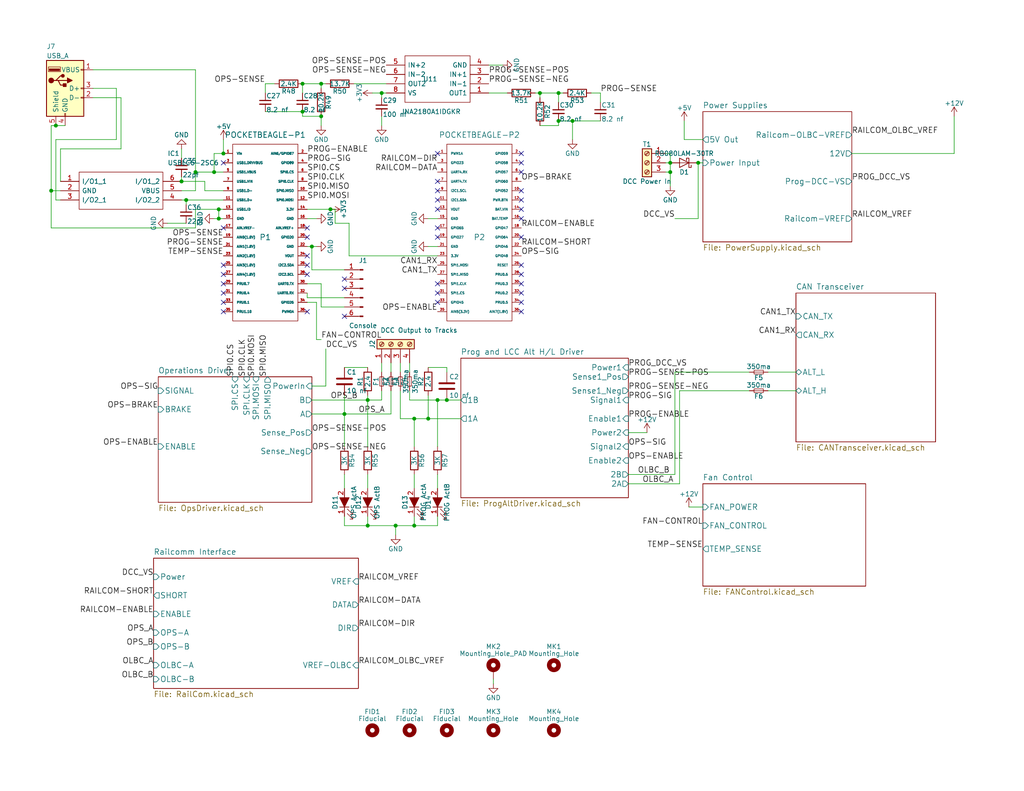
<source format=kicad_sch>
(kicad_sch (version 20211123) (generator eeschema)
  (paper "USLetter")
  (title_block (title "Pocket Beagle DCC Command Station (SMD version)") (date "2021-04-09") (rev "A") (company "Deepwoods Software") (comment 1 "Main Page, with Pocket Beagle Connections"))
  (junction (at 59.69 59.69))
  (junction (at 53.34 46.99))
  (junction (at 113.03 114.3))
  (junction (at 60.96 41.91))
  (junction (at 100.33 109.22))
  (junction (at 104.14 25.4))
  (junction (at 90.17 57.15))
  (junction (at 59.69 57.15))
  (junction (at 107.95 143.51))
  (junction (at 49.53 49.53))
  (junction (at 121.92 109.22))
  (junction (at 182.88 44.45))
  (junction (at 15.24 34.29))
  (junction (at 82.55 22.86))
  (junction (at 119.38 109.22))
  (junction (at 85.09 67.31))
  (junction (at 13.97 52.07))
  (junction (at 100.33 143.51))
  (junction (at 58.42 46.99))
  (junction (at 87.63 31.75))
  (junction (at 82.55 30.48))
  (junction (at 50.8 54.61))
  (junction (at 190.5 44.45))
  (junction (at 156.21 33.02))
  (junction (at 113.03 143.51))
  (junction (at 147.32 25.4))
  (junction (at 93.98 113.03))
  (junction (at 116.84 114.3))
  (junction (at 152.4 33.02))
  (junction (at 87.63 22.86))
  (junction (at 152.4 25.4))
  (junction (at 182.88 46.99))
  (no_connect (at 119.38 52.07))
  (no_connect (at 83.82 74.93))
  (no_connect (at 60.96 80.01))
  (no_connect (at 119.38 54.61))
  (no_connect (at 142.24 72.39))
  (no_connect (at 119.38 49.53))
  (no_connect (at 60.96 62.23))
  (no_connect (at 119.38 64.77))
  (no_connect (at 142.24 54.61))
  (no_connect (at 119.38 62.23))
  (no_connect (at 119.38 82.55))
  (no_connect (at 142.24 44.45))
  (no_connect (at 60.96 74.93))
  (no_connect (at 60.96 85.09))
  (no_connect (at 142.24 82.55))
  (no_connect (at 83.82 72.39))
  (no_connect (at 142.24 64.77))
  (no_connect (at 142.24 52.07))
  (no_connect (at 119.38 41.91))
  (no_connect (at 93.98 76.2))
  (no_connect (at 83.82 69.85))
  (no_connect (at 142.24 85.09))
  (no_connect (at 119.38 57.15))
  (no_connect (at 83.82 62.23))
  (no_connect (at 142.24 80.01))
  (no_connect (at 83.82 64.77))
  (no_connect (at 93.98 78.74))
  (no_connect (at 119.38 80.01))
  (no_connect (at 142.24 74.93))
  (no_connect (at 60.96 77.47))
  (no_connect (at 142.24 57.15))
  (no_connect (at 60.96 72.39))
  (no_connect (at 142.24 59.69))
  (no_connect (at 142.24 46.99))
  (no_connect (at 142.24 77.47))
  (no_connect (at 60.96 44.45))
  (no_connect (at 93.98 86.36))
  (no_connect (at 142.24 41.91))
  (no_connect (at 60.96 82.55))
  (no_connect (at 83.82 85.09))
  (no_connect (at 119.38 77.47))
  (wire (pts (xy 93.98 113.03) (xy 106.68 113.03)))
  (wire (pts (xy 109.22 114.3) (xy 109.22 106.68)))
  (wire (pts (xy 186.69 38.1) (xy 186.69 33.02)))
  (wire (pts (xy 113.03 143.51) (xy 119.38 143.51)))
  (wire (pts (xy 184.15 101.6) (xy 184.15 129.54)))
  (wire (pts (xy 93.98 73.66) (xy 85.09 73.66)))
  (wire (pts (xy 111.76 109.22) (xy 111.76 106.68)))
  (wire (pts (xy 104.14 31.75) (xy 104.14 34.29)))
  (wire (pts (xy 161.29 25.4) (xy 163.83 25.4)))
  (wire (pts (xy 147.32 25.4) (xy 152.4 25.4)))
  (wire (pts (xy 147.32 26.67) (xy 147.32 25.4)))
  (wire (pts (xy 53.34 46.99) (xy 58.42 46.99)))
  (wire (pts (xy 85.09 67.31) (xy 86.36 67.31)))
  (wire (pts (xy 152.4 34.29) (xy 152.4 33.02)))
  (wire (pts (xy 100.33 140.97) (xy 100.33 143.51)))
  (wire (pts (xy 232.41 41.91) (xy 260.35 41.91)))
  (wire (pts (xy 119.38 59.69) (xy 116.84 59.69)))
  (wire (pts (xy 59.69 57.15) (xy 60.96 57.15)))
  (wire (pts (xy 49.53 40.64) (xy 49.53 43.18)))
  (wire (pts (xy 16.51 49.53) (xy 16.51 40.64)))
  (wire (pts (xy 104.14 25.4) (xy 105.41 25.4)))
  (wire (pts (xy 119.38 109.22) (xy 121.92 109.22)))
  (wire (pts (xy 82.55 25.4) (xy 82.55 22.86)))
  (wire (pts (xy 86.36 92.71) (xy 87.63 92.71)))
  (wire (pts (xy 50.8 60.96) (xy 45.72 60.96)))
  (wire (pts (xy 209.55 106.68) (xy 217.17 106.68)))
  (wire (pts (xy 111.76 109.22) (xy 119.38 109.22)))
  (wire (pts (xy 93.98 107.95) (xy 93.98 113.03)))
  (wire (pts (xy 182.88 46.99) (xy 182.88 50.8)))
  (wire (pts (xy 53.34 19.05) (xy 53.34 46.99)))
  (wire (pts (xy 184.15 101.6) (xy 204.47 101.6)))
  (wire (pts (xy 156.21 33.02) (xy 163.83 33.02)))
  (wire (pts (xy 113.03 121.92) (xy 113.03 114.3)))
  (wire (pts (xy 134.62 185.42) (xy 134.62 186.69)))
  (wire (pts (xy 104.14 26.67) (xy 104.14 25.4)))
  (wire (pts (xy 83.82 82.55) (xy 86.36 82.55)))
  (wire (pts (xy 59.69 59.69) (xy 60.96 59.69)))
  (wire (pts (xy 93.98 81.28) (xy 83.82 81.28)))
  (wire (pts (xy 171.45 132.08) (xy 185.42 132.08)))
  (wire (pts (xy 33.02 40.64) (xy 33.02 26.67)))
  (wire (pts (xy 156.21 38.1) (xy 156.21 33.02)))
  (wire (pts (xy 181.61 44.45) (xy 182.88 44.45)))
  (wire (pts (xy 85.09 113.03) (xy 93.98 113.03)))
  (wire (pts (xy 100.33 109.22) (xy 100.33 121.92)))
  (wire (pts (xy 86.36 82.55) (xy 86.36 92.71)))
  (wire (pts (xy 88.9 105.41) (xy 85.09 105.41)))
  (wire (pts (xy 95.25 69.85) (xy 95.25 60.96)))
  (wire (pts (xy 16.51 54.61) (xy 15.24 54.61)))
  (wire (pts (xy 88.9 95.25) (xy 88.9 105.41)))
  (wire (pts (xy 119.38 69.85) (xy 95.25 69.85)))
  (wire (pts (xy 53.34 52.07) (xy 49.53 52.07)))
  (wire (pts (xy 100.33 107.95) (xy 100.33 109.22)))
  (wire (pts (xy 86.36 59.69) (xy 83.82 59.69)))
  (wire (pts (xy 101.6 25.4) (xy 104.14 25.4)))
  (wire (pts (xy 58.42 46.99) (xy 60.96 46.99)))
  (wire (pts (xy 152.4 33.02) (xy 156.21 33.02)))
  (wire (pts (xy 13.97 62.23) (xy 53.34 62.23)))
  (wire (pts (xy 31.75 24.13) (xy 25.4 24.13)))
  (wire (pts (xy 119.38 121.92) (xy 119.38 109.22)))
  (wire (pts (xy 87.63 24.13) (xy 87.63 22.86)))
  (wire (pts (xy 83.82 57.15) (xy 90.17 57.15)))
  (wire (pts (xy 58.42 59.69) (xy 59.69 59.69)))
  (wire (pts (xy 95.25 60.96) (xy 91.44 60.96)))
  (wire (pts (xy 72.39 25.4) (xy 72.39 22.86)))
  (wire (pts (xy 72.39 30.48) (xy 82.55 30.48)))
  (wire (pts (xy 152.4 27.94) (xy 152.4 25.4)))
  (wire (pts (xy 116.84 107.95) (xy 116.84 114.3)))
  (wire (pts (xy 58.42 46.99) (xy 58.42 41.91)))
  (wire (pts (xy 15.24 34.29) (xy 17.78 34.29)))
  (wire (pts (xy 105.41 22.86) (xy 96.52 22.86)))
  (wire (pts (xy 15.24 38.1) (xy 31.75 38.1)))
  (wire (pts (xy 121.92 100.33) (xy 121.92 101.6)))
  (wire (pts (xy 107.95 146.05) (xy 107.95 143.51)))
  (wire (pts (xy 100.33 109.22) (xy 104.14 109.22)))
  (wire (pts (xy 83.82 81.28) (xy 83.82 80.01)))
  (wire (pts (xy 111.76 101.6) (xy 111.76 99.06)))
  (wire (pts (xy 50.8 55.88) (xy 50.8 54.61)))
  (wire (pts (xy 15.24 54.61) (xy 15.24 38.1)))
  (wire (pts (xy 55.88 49.53) (xy 49.53 49.53)))
  (wire (pts (xy 60.96 54.61) (xy 50.8 54.61)))
  (wire (pts (xy 53.34 19.05) (xy 25.4 19.05)))
  (wire (pts (xy 100.33 143.51) (xy 107.95 143.51)))
  (wire (pts (xy 13.97 52.07) (xy 13.97 62.23)))
  (wire (pts (xy 163.83 25.4) (xy 163.83 27.94)))
  (wire (pts (xy 106.68 101.6) (xy 106.68 99.06)))
  (wire (pts (xy 182.88 44.45) (xy 182.88 46.99)))
  (wire (pts (xy 91.44 60.96) (xy 91.44 57.15)))
  (wire (pts (xy 93.98 133.35) (xy 93.98 129.54)))
  (wire (pts (xy 87.63 83.82) (xy 87.63 77.47)))
  (wire (pts (xy 107.95 143.51) (xy 113.03 143.51)))
  (wire (pts (xy 59.69 59.69) (xy 59.69 57.15)))
  (wire (pts (xy 106.68 113.03) (xy 106.68 106.68)))
  (wire (pts (xy 181.61 46.99) (xy 182.88 46.99)))
  (wire (pts (xy 50.8 54.61) (xy 49.53 54.61)))
  (wire (pts (xy 55.88 52.07) (xy 55.88 49.53)))
  (wire (pts (xy 100.33 133.35) (xy 100.33 129.54)))
  (wire (pts (xy 182.88 41.91) (xy 182.88 44.45)))
  (wire (pts (xy 49.53 49.53) (xy 49.53 48.26)))
  (wire (pts (xy 104.14 109.22) (xy 104.14 106.68)))
  (wire (pts (xy 60.96 41.91) (xy 60.96 38.1)))
  (wire (pts (xy 260.35 41.91) (xy 260.35 31.75)))
  (wire (pts (xy 13.97 34.29) (xy 13.97 52.07)))
  (wire (pts (xy 93.98 143.51) (xy 100.33 143.51)))
  (wire (pts (xy 209.55 101.6) (xy 217.17 101.6)))
  (wire (pts (xy 93.98 140.97) (xy 93.98 143.51)))
  (wire (pts (xy 185.42 132.08) (xy 185.42 106.68)))
  (wire (pts (xy 85.09 73.66) (xy 85.09 67.31)))
  (wire (pts (xy 171.45 118.11) (xy 176.53 118.11)))
  (wire (pts (xy 53.34 62.23) (xy 53.34 57.15)))
  (wire (pts (xy 191.77 138.43) (xy 187.96 138.43)))
  (wire (pts (xy 87.63 77.47) (xy 83.82 77.47)))
  (wire (pts (xy 147.32 34.29) (xy 152.4 34.29)))
  (wire (pts (xy 184.15 129.54) (xy 171.45 129.54)))
  (wire (pts (xy 190.5 44.45) (xy 191.77 44.45)))
  (wire (pts (xy 90.17 57.15) (xy 91.44 57.15)))
  (wire (pts (xy 109.22 114.3) (xy 113.03 114.3)))
  (wire (pts (xy 53.34 57.15) (xy 59.69 57.15)))
  (wire (pts (xy 184.15 59.69) (xy 190.5 59.69)))
  (wire (pts (xy 191.77 38.1) (xy 186.69 38.1)))
  (wire (pts (xy 116.84 100.33) (xy 121.92 100.33)))
  (wire (pts (xy 83.82 67.31) (xy 85.09 67.31)))
  (wire (pts (xy 93.98 83.82) (xy 87.63 83.82)))
  (wire (pts (xy 104.14 99.06) (xy 104.14 101.6)))
  (wire (pts (xy 113.03 133.35) (xy 113.03 129.54)))
  (wire (pts (xy 60.96 52.07) (xy 55.88 52.07)))
  (wire (pts (xy 82.55 22.86) (xy 87.63 22.86)))
  (wire (pts (xy 87.63 22.86) (xy 88.9 22.86)))
  (wire (pts (xy 87.63 34.29) (xy 87.63 31.75)))
  (wire (pts (xy 119.38 67.31) (xy 116.84 67.31)))
  (wire (pts (xy 119.38 143.51) (xy 119.38 140.97)))
  (wire (pts (xy 185.42 106.68) (xy 204.47 106.68)))
  (wire (pts (xy 113.03 114.3) (xy 116.84 114.3)))
  (wire (pts (xy 190.5 59.69) (xy 190.5 44.45)))
  (wire (pts (xy 85.09 109.22) (xy 100.33 109.22)))
  (wire (pts (xy 31.75 38.1) (xy 31.75 24.13)))
  (wire (pts (xy 13.97 52.07) (xy 16.51 52.07)))
  (wire (pts (xy 109.22 101.6) (xy 109.22 99.06)))
  (wire (pts (xy 137.16 17.78) (xy 133.35 17.78)))
  (wire (pts (xy 152.4 25.4) (xy 153.67 25.4)))
  (wire (pts (xy 53.34 46.99) (xy 53.34 52.07)))
  (wire (pts (xy 93.98 113.03) (xy 93.98 121.92)))
  (wire (pts (xy 58.42 41.91) (xy 60.96 41.91)))
  (wire (pts (xy 133.35 25.4) (xy 138.43 25.4)))
  (wire (pts (xy 82.55 31.75) (xy 82.55 30.48)))
  (wire (pts (xy 121.92 109.22) (xy 125.73 109.22)))
  (wire (pts (xy 93.98 100.33) (xy 100.33 100.33)))
  (wire (pts (xy 13.97 34.29) (xy 15.24 34.29)))
  (wire (pts (xy 33.02 26.67) (xy 25.4 26.67)))
  (wire (pts (xy 72.39 22.86) (xy 74.93 22.86)))
  (wire (pts (xy 16.51 40.64) (xy 33.02 40.64)))
  (wire (pts (xy 116.84 114.3) (xy 125.73 114.3)))
  (wire (pts (xy 181.61 41.91) (xy 182.88 41.91)))
  (wire (pts (xy 87.63 31.75) (xy 82.55 31.75)))
  (wire (pts (xy 119.38 133.35) (xy 119.38 129.54)))
  (wire (pts (xy 113.03 140.97) (xy 113.03 143.51)))
  (wire (pts (xy 146.05 25.4) (xy 147.32 25.4)))
  (label "OPS_A" (at 41.91 172.72 180) (effects (font (size 1.524 1.524))))
  (label "RAILCOM-ENABLE" (at 41.91 167.64 180) (effects (font (size 1.524 1.524))))
  (label "OPS-SENSE" (at 60.96 64.77 180) (effects (font (size 1.524 1.524))))
  (label "RAILCOM_OLBC_VREF" (at 97.79 181.61 0) (effects (font (size 1.524 1.524))))
  (label "SPI0.MISO" (at 73.025 102.87 90) (effects (font (size 1.524 1.524))))
  (label "PROG_DCC_VS" (at 232.41 49.53 0) (effects (font (size 1.524 1.524))))
  (label "OPS-ENABLE" (at 171.45 125.73 0) (effects (font (size 1.524 1.524))))
  (label "PROG_DCC_VS" (at 171.45 100.33 0) (effects (font (size 1.524 1.524))))
  (label "SPI0.MOSI" (at 83.82 54.61 0) (effects (font (size 1.524 1.524))))
  (label "RAILCOM_VREF" (at 232.41 59.69 0) (effects (font (size 1.524 1.524))))
  (label "PROG-SIG" (at 83.82 44.45 0) (effects (font (size 1.524 1.524))))
  (label "DCC_VS" (at 88.9 95.25 0) (effects (font (size 1.524 1.524))))
  (label "OPS-SENSE-NEG" (at 85.09 123.19 0) (effects (font (size 1.524 1.524))))
  (label "OPS-SENSE-NEG" (at 105.41 20.32 180) (effects (font (size 1.524 1.524))))
  (label "OPS-SENSE-POS" (at 85.09 118.11 0) (effects (font (size 1.524 1.524))))
  (label "FAN-CONTROL" (at 191.77 143.51 180) (effects (font (size 1.524 1.524))))
  (label "DCC_VS" (at 184.15 59.69 180) (effects (font (size 1.524 1.524))))
  (label "SPI0.CLK" (at 83.82 49.53 0) (effects (font (size 1.524 1.524))))
  (label "PROG-SENSE-POS" (at 171.45 102.87 0) (effects (font (size 1.524 1.524))))
  (label "RAILCOM_OLBC_VREF" (at 232.41 36.83 0) (effects (font (size 1.524 1.524))))
  (label "FAN-CONTROL" (at 87.63 92.71 0) (effects (font (size 1.524 1.524))))
  (label "OPS-SIG" (at 171.45 121.92 0) (effects (font (size 1.524 1.524))))
  (label "CAN1_TX" (at 119.38 74.93 180) (effects (font (size 1.524 1.524))))
  (label "OPS-SIG" (at 142.24 69.85 0) (effects (font (size 1.524 1.524))))
  (label "PROG-SENSE" (at 163.83 25.4 0) (effects (font (size 1.524 1.524))))
  (label "TEMP-SENSE" (at 191.77 149.86 180) (effects (font (size 1.524 1.524))))
  (label "OLBC_B" (at 173.99 129.54 0) (effects (font (size 1.524 1.524))))
  (label "OPS-BRAKE" (at 142.24 49.53 0) (effects (font (size 1.524 1.524))))
  (label "PROG-SENSE-NEG" (at 171.45 106.68 0) (effects (font (size 1.524 1.524))))
  (label "OLBC_B" (at 41.91 185.42 180) (effects (font (size 1.524 1.524))))
  (label "TEMP-SENSE" (at 60.96 69.85 180) (effects (font (size 1.524 1.524))))
  (label "OPS_A" (at 97.79 113.03 0) (effects (font (size 1.524 1.524))))
  (label "RAILCOM-SHORT" (at 142.24 67.31 0) (effects (font (size 1.524 1.524))))
  (label "PROG-ENABLE" (at 83.82 41.91 0) (effects (font (size 1.524 1.524))))
  (label "PROG-SIG" (at 171.45 109.22 0) (effects (font (size 1.524 1.524))))
  (label "OPS-SIG" (at 43.18 106.68 180) (effects (font (size 1.524 1.524))))
  (label "OPS_B" (at 90.17 109.22 0) (effects (font (size 1.524 1.524))))
  (label "PROG-SENSE-POS" (at 133.35 20.32 0) (effects (font (size 1.524 1.524))))
  (label "CAN1_RX" (at 217.17 91.44 180) (effects (font (size 1.524 1.524))))
  (label "OPS-ENABLE" (at 43.18 121.92 180) (effects (font (size 1.524 1.524))))
  (label "RAILCOM-DIR" (at 97.79 171.45 0) (effects (font (size 1.524 1.524))))
  (label "OPS-SENSE" (at 72.39 22.86 180) (effects (font (size 1.524 1.524))))
  (label "RAILCOM_VREF" (at 97.79 158.75 0) (effects (font (size 1.524 1.524))))
  (label "OPS-ENABLE" (at 119.38 85.09 180) (effects (font (size 1.524 1.524))))
  (label "OLBC_A" (at 41.91 181.61 180) (effects (font (size 1.524 1.524))))
  (label "CAN1_RX" (at 119.38 72.39 180) (effects (font (size 1.524 1.524))))
  (label "DCC_VS" (at 41.91 157.48 180) (effects (font (size 1.524 1.524))))
  (label "PROG-SENSE-NEG" (at 133.35 22.86 0) (effects (font (size 1.524 1.524))))
  (label "SPI0.CLK" (at 67.31 102.87 90) (effects (font (size 1.524 1.524))))
  (label "OPS-BRAKE" (at 43.18 111.76 180) (effects (font (size 1.524 1.524))))
  (label "CAN1_TX" (at 217.17 86.36 180) (effects (font (size 1.524 1.524))))
  (label "RAILCOM-DIR" (at 119.38 44.45 180) (effects (font (size 1.524 1.524))))
  (label "OLBC_A" (at 175.26 132.08 0) (effects (font (size 1.524 1.524))))
  (label "RAILCOM-DATA" (at 97.79 165.1 0) (effects (font (size 1.524 1.524))))
  (label "SPI0.CS" (at 64.135 102.87 90) (effects (font (size 1.524 1.524))))
  (label "SPI0.MOSI" (at 69.85 102.87 90) (effects (font (size 1.524 1.524))))
  (label "OPS_B" (at 41.91 176.53 180) (effects (font (size 1.524 1.524))))
  (label "PROG-ENABLE" (at 171.45 114.3 0) (effects (font (size 1.524 1.524))))
  (label "SPI0.MISO" (at 83.82 52.07 0) (effects (font (size 1.524 1.524))))
  (label "RAILCOM-ENABLE" (at 142.24 62.23 0) (effects (font (size 1.524 1.524))))
  (label "OPS-SENSE-POS" (at 105.41 17.78 180) (effects (font (size 1.524 1.524))))
  (label "RAILCOM-SHORT" (at 41.91 162.56 180) (effects (font (size 1.524 1.524))))
  (label "RAILCOM-DATA" (at 119.38 46.99 180) (effects (font (size 1.524 1.524))))
  (label "SPI0.CS" (at 83.82 46.99 0) (effects (font (size 1.524 1.524))))
  (label "PROG-SENSE" (at 60.96 67.31 180) (effects (font (size 1.524 1.524))))
  (symbol (lib_id "pocketbeagle:POCKETBEAGLE-P1") (at 72.39 64.77 0) (unit 1)
    (property "Reference" "P1" (at 72.39 64.77 0) (effects (font (size 1.524 1.524))))
    (property "Value" "POCKETBEAGLE-P1" (at 72.39 36.83 0) (effects (font (size 1.524 1.524))))
    (property "Footprint" "Socket_Strips:Socket_Strip_Straight_2x18_Pitch2.54mm" (effects hide))
    (property "Mouser Part Number" "517-929975-01-18-RK " (effects hide))
  )
  (symbol (lib_id "pocketbeagle:POCKETBEAGLE-P2") (at 130.81 64.77 0) (unit 1)
    (property "Reference" "P2" (at 130.81 64.77 0) (effects (font (size 1.524 1.524))))
    (property "Value" "POCKETBEAGLE-P2" (at 130.81 36.83 0) (effects (font (size 1.524 1.524))))
    (property "Footprint" "Socket_Strips:Socket_Strip_Straight_2x18_Pitch2.54mm" (effects hide))
    (property "Mouser Part Number" "517-929975-01-18-RK " (effects hide))
  )
  (symbol (lib_id "PocketBeagleCommandStation_SMD-rescue:+5V") (at 186.69 33.02 0) (unit 1)
    (property "Reference" "#PWR01" (effects hide))
    (property "Value" "+5V" (at 186.69 29.464 0))
  )
  (symbol (lib_id "PocketBeagleCommandStation_SMD-rescue:+5V") (at 60.96 38.1 0) (unit 1)
    (property "Reference" "#PWR02" (effects hide))
    (property "Value" "+5V" (at 60.96 34.544 0))
  )
  (symbol (lib_id "PocketBeagleCommandStation_SMD-rescue:GND") (at 58.42 59.69 270) (unit 1)
    (property "Reference" "#PWR03" (effects hide))
    (property "Value" "GND" (at 54.61 59.69 0))
  )
  (symbol (lib_id "PocketBeagleCommandStation_SMD-rescue:GND") (at 86.36 59.69 90) (unit 1)
    (property "Reference" "#PWR04" (effects hide))
    (property "Value" "GND" (at 90.17 59.69 0))
  )
  (symbol (lib_id "PocketBeagleCommandStation_SMD-rescue:GND") (at 86.36 67.31 90) (unit 1)
    (property "Reference" "#PWR05" (effects hide))
    (property "Value" "GND" (at 90.17 67.31 0))
  )
  (symbol (lib_id "PocketBeagleCommandStation_SMD-rescue:GND") (at 116.84 59.69 270) (unit 1)
    (property "Reference" "#PWR06" (effects hide))
    (property "Value" "GND" (at 113.03 59.69 0))
  )
  (symbol (lib_id "PocketBeagleCommandStation_SMD-rescue:GND") (at 116.84 67.31 270) (unit 1)
    (property "Reference" "#PWR07" (effects hide))
    (property "Value" "GND" (at 113.03 67.31 0))
  )
  (symbol (lib_id "PocketBeagleCommandStation_SMD-rescue:+3.3V") (at 90.17 57.15 270) (unit 1)
    (property "Reference" "#PWR08" (effects hide))
    (property "Value" "+3.3V" (at 93.726 57.15 0))
  )
  (symbol (lib_id "PocketBeagleCommandStation_SMD-rescue:Screw_Terminal_01x03") (at 176.53 44.45 0) (mirror y) (unit 1) (in_bom no)
    (property "Reference" "T1" (at 176.53 39.37 0))
    (property "Value" "DCC Power In" (at 176.53 49.53 0))
    (property "Footprint" "Connectors_Terminal_Blocks:TerminalBlock_Pheonix_PT-3.5mm_3pol" (effects hide))
    (property "Mouser Part Number" "651-5442251" (effects hide))
  )
  (symbol (lib_id "PocketBeagleCommandStation_SMD-rescue:D_Schottky") (at 186.69 44.45 180) (unit 1)
    (property "Reference" "D1" (at 186.69 46.99 0))
    (property "Value" "RB080LAM-30TR" (at 186.69 41.91 0))
    (property "Footprint" "RB080LAM-30TR:PMDTM" (effects hide))
    (property "Mouser Part Number" "755-RB080LAM-30TR" (effects hide))
    (property "LCSC" "C2766156" (effects hide))
    (property "MPN" "ROHM Semicon RB080LAM-30TR" (effects hide))
  )
  (symbol (lib_id "PocketBeagleCommandStation_SMD-rescue:GND") (at 182.88 50.8 0) (unit 1)
    (property "Reference" "#PWR09" (effects hide))
    (property "Value" "GND" (at 182.88 54.61 0))
  )
  (symbol (lib_id "PocketBeagleCommandStation_SMD-rescue:Screw_Terminal_01x04") (at 106.68 93.98 90) (unit 1) (in_bom no)
    (property "Reference" "J2" (at 101.6 93.98 0))
    (property "Value" "DCC Output to Tracks" (at 114.3 90.17 90))
    (property "Footprint" "Connectors_Terminal_Blocks:TerminalBlock_Pheonix_PT-3.5mm_4pol" (effects hide))
    (property "Mouser Part Number" "651-5442264" (effects hide))
  )
  (symbol (lib_id "PocketBeagleCommandStation_SMD-rescue:R") (at 100.33 104.14 180) (unit 1)
    (property "Reference" "R1" (at 98.298 104.14 90))
    (property "Value" "2.4" (at 100.33 104.14 90))
    (property "Footprint" "Resistors_SMD:R_1206" (effects hide))
    (property "Mouser Part Number" "71-CRCW12062R40FKEA" (effects hide))
    (property "LCSC" "C2091589" (effects hide))
    (property "MPN" "Vishay Intertech CRCW12062R40FKEA" (effects hide))
  )
  (symbol (lib_id "PocketBeagleCommandStation_SMD-rescue:C") (at 93.98 104.14 0) (unit 1)
    (property "Reference" "C1" (at 94.615 101.6 0) (effects (justify left)))
    (property "Value" "10 nf" (at 94.615 106.68 0) (effects (justify left)))
    (property "Footprint" "Capacitors_SMD:C_1206" (effects hide))
    (property "Mouser Part Number" "791-1206B103K500CT" (effects hide))
    (property "LCSC" "C152840" (effects hide))
    (property "MPN" "Walsin Tech Corp 1206B103K500CT" (effects hide))
  )
  (symbol (lib_id "PocketBeagleCommandStation_SMD-rescue:R") (at 116.84 104.14 180) (unit 1)
    (property "Reference" "R2" (at 114.808 104.14 90))
    (property "Value" "2.4" (at 116.84 104.14 90))
    (property "Footprint" "Resistors_SMD:R_1206" (effects hide))
    (property "Mouser Part Number" "71-CRCW12062R40FKEA" (effects hide))
    (property "LCSC" "C2091589" (effects hide))
    (property "MPN" "Vishay Intertech CRCW12062R40FKEA" (effects hide))
  )
  (symbol (lib_id "PocketBeagleCommandStation_SMD-rescue:C") (at 121.92 105.41 0) (unit 1)
    (property "Reference" "C2" (at 122.555 102.87 0) (effects (justify left)))
    (property "Value" "10 nf" (at 122.555 107.95 0) (effects (justify left)))
    (property "Footprint" "Capacitors_SMD:C_1206" (effects hide))
    (property "Mouser Part Number" "791-1206B103K500CT" (effects hide))
    (property "LCSC" "C152840" (effects hide))
    (property "MPN" "Walsin Tech Corp 1206B103K500CT" (effects hide))
  )
  (symbol (lib_id "PocketBeagleCommandStation_SMD-rescue:Conn_01x06_Male") (at 99.06 78.74 0) (mirror y) (unit 1) (in_bom no)
    (property "Reference" "J1" (at 99.06 71.12 0))
    (property "Value" "Console" (at 99.06 88.9 0))
    (property "Footprint" "Pin_Headers:Pin_Header_Straight_1x06_Pitch2.54mm" (effects hide))
    (property "Mouser Part Number" "649-75160-156-06LF" (effects hide))
  )
  (symbol (lib_id "PocketBeagleCommandStation_SMD-rescue:+12V") (at 176.53 118.11 0) (unit 1)
    (property "Reference" "#PWR010" (effects hide))
    (property "Value" "+12V" (at 176.53 114.554 0))
  )
  (symbol (lib_id "PocketBeagleCommandStation_SMD-rescue:Fuse_Small") (at 104.14 104.14 270) (unit 1) (in_bom no)
    (property "Reference" "F1" (at 102.616 104.14 0))
    (property "Value" "5A" (at 105.664 104.14 0))
    (property "Footprint" "MF-R500:MFR500" (effects hide))
    (property "Mouser Part Number" "652-MFR500 " (effects hide))
  )
  (symbol (lib_id "PocketBeagleCommandStation_SMD-rescue:Fuse_Small") (at 106.68 104.14 270) (unit 1) (in_bom no)
    (property "Reference" "F2" (at 105.156 104.14 0))
    (property "Value" "5A" (at 108.204 104.14 0))
    (property "Footprint" "MF-R500:MFR500" (effects hide))
    (property "Mouser Part Number" "652-MFR500 " (effects hide))
  )
  (symbol (lib_id "PocketBeagleCommandStation_SMD-rescue:Fuse_Small") (at 109.22 104.14 270) (unit 1)
    (property "Reference" "F3" (at 107.696 104.14 0))
    (property "Value" "350ma" (at 110.744 104.14 0))
    (property "Footprint" "0ZCG0035AF2C:FUSC4632X70N" (effects hide))
    (property "Mouser Part Number" "530-0ZCG0035AF2C" (effects hide))
    (property "LCSC" "C3762402" (effects hide))
    (property "MPN" "Bel Fuse 0ZCG0035AF2C" (effects hide))
  )
  (symbol (lib_id "PocketBeagleCommandStation_SMD-rescue:Fuse_Small") (at 111.76 104.14 270) (unit 1)
    (property "Reference" "F4" (at 110.236 104.14 0))
    (property "Value" "350ma" (at 113.284 104.14 0))
    (property "Footprint" "0ZCG0035AF2C:FUSC4632X70N" (effects hide))
    (property "Mouser Part Number" "530-0ZCG0035AF2C" (effects hide))
    (property "LCSC" "C3762402" (effects hide))
    (property "MPN" "Bel Fuse 0ZCG0035AF2C" (effects hide))
  )
  (symbol (lib_id "PocketBeagleCommandStation_SMD-rescue:Fuse_Small") (at 207.01 101.6 0) (unit 1)
    (property "Reference" "F5" (at 207.01 103.124 0))
    (property "Value" "350ma" (at 207.01 100.076 0))
    (property "Footprint" "0ZCG0035AF2C:FUSC4632X70N" (effects hide))
    (property "Mouser Part Number" "530-0ZCG0035AF2C" (effects hide))
    (property "LCSC" "C3762402" (effects hide))
    (property "MPN" "Bel Fuse 0ZCG0035AF2C" (effects hide))
  )
  (symbol (lib_id "PocketBeagleCommandStation_SMD-rescue:Fuse_Small") (at 207.01 106.68 0) (unit 1)
    (property "Reference" "F6" (at 207.01 108.204 0))
    (property "Value" "350ma" (at 207.01 105.156 0))
    (property "Footprint" "0ZCG0035AF2C:FUSC4632X70N" (effects hide))
    (property "Datasheet" "530-0ZCG0035AF2C" (effects hide))
    (property "Mouser Part Number" "530-0ZCG0035AF2C" (effects hide))
    (property "LCSC" "C3762402" (effects hide))
    (property "MPN" "Bel Fuse 0ZCG0035AF2C" (effects hide))
  )
  (symbol (lib_id "INA2180A1IDGKR:INA2180A1IDGKR") (at 133.35 25.4 180) (unit 1)
    (property "Reference" "U11" (at 119.38 21.59 0) (effects (justify left)))
    (property "Value" "INA2180A1IDGKR" (at 125.73 30.48 0) (effects (justify left)))
    (property "Footprint" "INA2180A1IDGKR:SOP65P490X110-8N" (effects hide))
    (property "Datasheet" "http://www.ti.com/lit/gpn/ina2180" (effects hide))
    (property "Description" "Dual 26V, Low- or High-Side Voltage Output Current Sense Amplifier" (effects hide))
    (property "Height" "1.1" (effects hide))
    (property "Mouser Part Number" "595-INA2180A1IDGKR" (effects hide))
    (property "Mouser Price/Stock" "https://www.mouser.co.uk/ProductDetail/Texas-Instruments/INA2180A1IDGKR?qs=j%252B1pi9TdxUZfv9X7r5aZLA%3D%3D" (effects hide))
    (property "Manufacturer_Name" "Texas Instruments" (effects hide))
    (property "Manufacturer_Part_Number" "INA2180A1IDGKR" (effects hide))
    (property "LCSC" "C2058454" (effects hide))
    (property "MPN" "Texas Instruments INA2180A1IDGKR" (effects hide))
  )
  (symbol (lib_id "PocketBeagleCommandStation_SMD-rescue:R") (at 142.24 25.4 270) (unit 1)
    (property "Reference" "R51" (at 142.24 27.432 90))
    (property "Value" "13.7K" (at 142.24 25.4 90))
    (property "Footprint" "Resistors_SMD:R_0603" (effects hide))
    (property "Mouser Part Number" "652-CR0603FX-1372ELF" (effects hide))
    (property "LCSC" "C203293" (effects hide))
    (property "MPN" "BOURNS CR0603-FX-1372ELF" (effects hide))
  )
  (symbol (lib_id "PocketBeagleCommandStation_SMD-rescue:R") (at 93.98 125.73 0) (unit 1)
    (property "Reference" "R54" (at 96.012 125.73 90))
    (property "Value" "3K" (at 93.98 125.73 90))
    (property "Footprint" "Resistors_SMD:R_0603" (effects hide))
    (property "Mouser Part Number" "660-RN73H1JT3001F100" (effects hide))
    (property "LCSC" "C3941373" (effects hide))
    (property "MPN" "KOA Speer Elec RN73H1JTTD3001F100" (effects hide))
  )
  (symbol (lib_id "PocketBeagleCommandStation_SMD-rescue:R") (at 147.32 30.48 0) (unit 1)
    (property "Reference" "R52" (at 149.352 30.48 90))
    (property "Value" "10.2K" (at 147.32 30.48 90))
    (property "Footprint" "Resistors_SMD:R_0603" (effects hide))
    (property "Mouser Part Number" "667-ERJ-3EKF1022V" (effects hide))
    (property "LCSC" "C402869" (effects hide))
    (property "MPN" "PANASONIC ERJ3EKF1022V" (effects hide))
  )
  (symbol (lib_id "PocketBeagleCommandStation_SMD-rescue:R") (at 100.33 125.73 0) (unit 1)
    (property "Reference" "R55" (at 102.362 125.73 90))
    (property "Value" "3K" (at 100.33 125.73 90))
    (property "Footprint" "Resistors_SMD:R_0603" (effects hide))
    (property "Mouser Part Number" "660-RN73H1JT3001F100" (effects hide))
    (property "LCSC" "C3941373" (effects hide))
    (property "MPN" "KOA Speer Elec RN73H1JTTD3001F100" (effects hide))
  )
  (symbol (lib_id "PocketBeagleCommandStation_SMD-rescue:R") (at 157.48 25.4 270) (unit 1)
    (property "Reference" "R53" (at 157.48 27.432 90))
    (property "Value" "2.4K" (at 157.48 25.4 90))
    (property "Footprint" "Resistors_SMD:R_0603" (effects hide))
    (property "Mouser Part Number" "667-ERJ-3EKF2401V" (effects hide))
    (property "LCSC" "C403093" (effects hide))
    (property "MPN" "PANASONIC ERJ3EKF2401V" (effects hide))
  )
  (symbol (lib_id "PocketBeagleCommandStation_SMD-rescue:R") (at 113.03 125.73 0) (unit 1)
    (property "Reference" "R56" (at 115.062 125.73 90))
    (property "Value" "3K" (at 113.03 125.73 90))
    (property "Footprint" "Resistors_SMD:R_0603" (effects hide))
    (property "Mouser Part Number" "660-RN73H1JT3001F100" (effects hide))
    (property "LCSC" "C3941373" (effects hide))
    (property "MPN" "KOA Speer Elec RN73H1JTTD3001F100" (effects hide))
  )
  (symbol (lib_id "PocketBeagleCommandStation_SMD-rescue:R") (at 119.38 125.73 0) (unit 1)
    (property "Reference" "R57" (at 121.412 125.73 90))
    (property "Value" "3K" (at 119.38 125.73 90))
    (property "Footprint" "Resistors_SMD:R_0603" (effects hide))
    (property "Mouser Part Number" "660-RN73H1JT3001F100" (effects hide))
    (property "LCSC" "C3941373" (effects hide))
    (property "MPN" "KOA Speer Elec RN73H1JTTD3001F100" (effects hide))
  )
  (symbol (lib_id "PocketBeagleCommandStation_SMD-rescue:C_Small") (at 152.4 30.48 0) (unit 1)
    (property "Reference" "C30" (at 152.654 28.702 0) (effects (justify left)))
    (property "Value" "8.2 nf" (at 152.654 32.512 0) (effects (justify left)))
    (property "Footprint" "Capacitors_SMD:C_0603" (effects hide))
    (property "Mouser Part Number" "791-0603B822K250CT" (effects hide))
    (property "LCSC" "C3846470" (effects hide))
    (property "MPN" "Walsin Tech Corp 0603B822K250CT" (effects hide))
  )
  (symbol (lib_id "PocketBeagleCommandStation_SMD-rescue:C_Small") (at 163.83 30.48 0) (unit 1)
    (property "Reference" "C31" (at 164.084 28.702 0) (effects (justify left)))
    (property "Value" "8.2 nf" (at 164.084 32.512 0) (effects (justify left)))
    (property "Footprint" "Capacitors_SMD:C_0603" (effects hide))
    (property "Mouser Part Number" "791-0603B822K250CT" (effects hide))
    (property "LCSC" "C3846470" (effects hide))
    (property "MPN" "Walsin Tech Corp 0603B822K250CT" (effects hide))
  )
  (symbol (lib_id "PocketBeagleCommandStation_SMD-rescue:LED_ALT") (at 93.98 137.16 90) (unit 1)
    (property "Reference" "D11" (at 91.44 137.16 0))
    (property "Value" "OPS ActA" (at 96.52 137.16 0))
    (property "Footprint" "LEDs:LED_0603" (effects hide))
    (property "Mouser Part Number" "710-150060GS75000" (effects hide))
    (property "LCSC" "C5199258" (effects hide))
    (property "MPN" "Lumex SML-LXIL0603UPGCTR" (effects hide))
  )
  (symbol (lib_id "PocketBeagleCommandStation_SMD-rescue:LED_ALT") (at 100.33 137.16 90) (unit 1)
    (property "Reference" "D12" (at 97.79 137.16 0))
    (property "Value" "OPS ActB" (at 102.87 137.16 0))
    (property "Footprint" "LEDs:LED_0603" (effects hide))
    (property "Mouser Part Number" "710-150060RS75000" (effects hide))
    (property "LCSC" "C6555737" (effects hide))
    (property "MPN" "STANLEY ELECTRIC CO., LTD. FKR1111C-TR" (effects hide))
  )
  (symbol (lib_id "PocketBeagleCommandStation_SMD-rescue:GND") (at 156.21 38.1 0) (unit 1)
    (property "Reference" "#PWR011" (effects hide))
    (property "Value" "GND" (at 156.21 41.91 0))
  )
  (symbol (lib_id "PocketBeagleCommandStation_SMD-rescue:LED_ALT") (at 113.03 137.16 90) (unit 1)
    (property "Reference" "D13" (at 110.49 137.16 0))
    (property "Value" "PROG ActA" (at 115.57 137.16 0))
    (property "Footprint" "LEDs:LED_0603" (effects hide))
    (property "Mouser Part Number" "710-150060GS75000" (effects hide))
    (property "LCSC" "C5199258" (effects hide))
    (property "MPN" "Lumex SML-LXIL0603UPGCTR" (effects hide))
  )
  (symbol (lib_id "PocketBeagleCommandStation_SMD-rescue:LED_ALT") (at 119.38 137.16 90) (unit 1)
    (property "Reference" "D14" (at 116.84 137.16 0))
    (property "Value" "PROG ActB" (at 121.92 137.16 0))
    (property "Footprint" "LEDs:LED_0603" (effects hide))
    (property "Mouser Part Number" "710-150060RS75000" (effects hide))
    (property "LCSC" "C6555737" (effects hide))
    (property "MPN" "STANLEY ELECTRIC CO., LTD. FKR1111C-TR" (effects hide))
  )
  (symbol (lib_id "PocketBeagleCommandStation_SMD-rescue:GND") (at 137.16 17.78 90) (unit 1)
    (property "Reference" "#PWR012" (effects hide))
    (property "Value" "GND" (at 140.97 17.78 0))
  )
  (symbol (lib_id "PocketBeagleCommandStation_SMD-rescue:+3.3V") (at 101.6 25.4 90) (unit 1)
    (property "Reference" "#PWR013" (effects hide))
    (property "Value" "+3.3V" (at 98.044 25.4 0))
  )
  (symbol (lib_id "PocketBeagleCommandStation_SMD-rescue:GND") (at 107.95 146.05 0) (unit 1)
    (property "Reference" "#PWR016" (effects hide))
    (property "Value" "GND" (at 107.95 149.86 0))
  )
  (symbol (lib_id "PocketBeagleCommandStation_SMD-rescue:R") (at 92.71 22.86 270) (unit 1)
    (property "Reference" "R50" (at 92.71 24.892 90))
    (property "Value" "13.7K" (at 92.71 22.86 90))
    (property "Footprint" "Resistors_SMD:R_0603" (effects hide))
    (property "Mouser Part Number" "652-CR0603FX-1372ELF" (effects hide))
    (property "LCSC" "C203293" (effects hide))
    (property "MPN" "BOURNS CR0603-FX-1372ELF" (effects hide))
  )
  (symbol (lib_id "PocketBeagleCommandStation_SMD-rescue:R") (at 78.74 22.86 270) (unit 1)
    (property "Reference" "R48" (at 78.74 24.892 90))
    (property "Value" "2.4K" (at 78.74 22.86 90))
    (property "Footprint" "Resistors_SMD:R_0603" (effects hide))
    (property "Mouser Part Number" "667-ERJ-3EKF2401V" (effects hide))
    (property "LCSC" "C403093" (effects hide))
    (property "MPN" "PANASONIC ERJ3EKF2401V" (effects hide))
  )
  (symbol (lib_id "PocketBeagleCommandStation_SMD-rescue:C_Small") (at 82.55 27.94 0) (unit 1)
    (property "Reference" "C28" (at 82.804 26.162 0) (effects (justify left)))
    (property "Value" "8.2 nf" (at 82.804 29.972 0) (effects (justify left)))
    (property "Footprint" "Capacitors_SMD:C_0603" (effects hide))
    (property "Mouser Part Number" "791-0603B822K250CT" (effects hide))
    (property "LCSC" "C3846470" (effects hide))
    (property "MPN" "Walsin Tech Corp 0603B822K250CT" (effects hide))
  )
  (symbol (lib_id "PocketBeagleCommandStation_SMD-rescue:C_Small") (at 72.39 27.94 0) (unit 1)
    (property "Reference" "C27" (at 72.644 26.162 0) (effects (justify left)))
    (property "Value" "8.2 nf" (at 72.644 29.972 0) (effects (justify left)))
    (property "Footprint" "Capacitors_SMD:C_0603" (effects hide))
    (property "Mouser Part Number" "791-0603B822K250CT" (effects hide))
    (property "LCSC" "C3846470" (effects hide))
    (property "MPN" "Walsin Tech Corp 0603B822K250CT" (effects hide))
  )
  (symbol (lib_id "PocketBeagleCommandStation_SMD-rescue:USB_A") (at 17.78 24.13 0) (unit 1) (in_bom no)
    (property "Reference" "J7" (at 12.7 12.7 0) (effects (justify left)))
    (property "Value" "USB_A" (at 12.7 15.24 0) (effects (justify left)))
    (property "Footprint" "896-43-004-90-000000:8964300490000000" (effects hide))
    (property "Mouser Part Number" "575-4300890" (effects hide))
    (property "Manufacturer_Name" "Mill-Max" (effects hide))
    (property "Manufacturer_Part_Number" "896-43-008-90-000000" (effects hide))
  )
  (symbol (lib_id "PocketBeagleCommandStation_SMD-rescue:R") (at 87.63 27.94 0) (unit 1)
    (property "Reference" "R49" (at 89.662 27.94 90))
    (property "Value" "10.2K" (at 87.63 27.94 90))
    (property "Footprint" "Resistors_SMD:R_0603" (effects hide))
    (property "Mouser Part Number" "667-ERJ-3EKF1022V" (effects hide))
    (property "LCSC" "C402869" (effects hide))
    (property "MPN" "PANASONIC ERJ3EKF1022V" (effects hide))
  )
  (symbol (lib_id "PocketBeagleCommandStation_SMD-rescue:GND") (at 87.63 34.29 0) (unit 1)
    (property "Reference" "#PWR014" (effects hide))
    (property "Value" "GND" (at 87.63 38.1 0))
  )
  (symbol (lib_id "PocketBeagleCommandStation_SMD-rescue:C_Small") (at 104.14 29.21 0) (unit 1)
    (property "Reference" "C29" (at 104.394 27.432 0) (effects (justify left)))
    (property "Value" "100 nf" (at 104.394 31.242 0) (effects (justify left)))
    (property "Footprint" "Capacitors_SMD:C_0603" (effects hide))
    (property "Mouser Part Number" "603-CC603KPX7R9BB104" (effects hide))
    (property "LCSC" "C115050" (effects hide))
    (property "MPN" "YAGEO CC0603KPX7R9BB104" (effects hide))
  )
  (symbol (lib_id "PocketBeagleCommandStation_SMD-rescue:GND") (at 104.14 34.29 0) (unit 1)
    (property "Reference" "#PWR015" (effects hide))
    (property "Value" "GND" (at 104.14 38.1 0))
  )
  (symbol (lib_id "PocketBeagleCommandStation_SMD-rescue:+12V") (at 260.35 31.75 0) (unit 1)
    (property "Reference" "#PWR017" (effects hide))
    (property "Value" "+12V" (at 260.35 28.194 0))
  )
  (symbol (lib_id "PocketBeagleCommandStation_SMD-rescue:+12V") (at 187.96 138.43 0) (unit 1)
    (property "Reference" "#PWR019" (effects hide))
    (property "Value" "+12V" (at 187.96 134.874 0))
  )
  (symbol (lib_id "PocketBeagleCommandStation_SMD-rescue:Mounting_Hole") (at 134.62 199.39 0) (unit 1) (in_bom no)
    (property "Reference" "MK3" (at 134.62 194.31 0))
    (property "Value" "Mounting_Hole" (at 134.62 196.215 0))
    (property "Footprint" "Mounting_Holes:MountingHole_3.2mm_M3" (effects hide))
  )
  (symbol (lib_id "PocketBeagleCommandStation_SMD-rescue:Mounting_Hole") (at 151.13 181.61 0) (unit 1) (in_bom no)
    (property "Reference" "MK1" (at 151.13 176.53 0))
    (property "Value" "Mounting_Hole" (at 151.13 178.435 0))
    (property "Footprint" "Mounting_Holes:MountingHole_3.2mm_M3" (effects hide))
  )
  (symbol (lib_id "PocketBeagleCommandStation_SMD-rescue:Mounting_Hole") (at 151.13 199.39 0) (unit 1) (in_bom no)
    (property "Reference" "MK4" (at 151.13 194.31 0))
    (property "Value" "Mounting_Hole" (at 151.13 196.215 0))
    (property "Footprint" "Mounting_Holes:MountingHole_3.2mm_M3" (effects hide))
  )
  (symbol (lib_id "PocketBeagleCommandStation_SMD-rescue:Mounting_Hole_PAD") (at 134.62 182.88 0) (unit 1) (in_bom no)
    (property "Reference" "MK2" (at 134.62 176.53 0))
    (property "Value" "Mounting_Hole_PAD" (at 134.62 178.435 0))
    (property "Footprint" "Mounting_Holes:MountingHole_3.2mm_M3_Pad_Via" (effects hide))
  )
  (symbol (lib_id "PocketBeagleCommandStation_SMD-rescue:GND") (at 134.62 186.69 0) (unit 1)
    (property "Reference" "#PWR018" (effects hide))
    (property "Value" "GND" (at 134.62 190.5 0))
  )
  (symbol (lib_id "PocketBeagleCommandStation_SMD-rescue:Mounting_Hole") (at 101.6 199.39 0) (unit 1) (in_bom no)
    (property "Reference" "FID1" (at 101.6 194.31 0))
    (property "Value" "Fiducial" (at 101.6 196.215 0))
    (property "Footprint" "Fiducials:Fiducial_Modern_CopperTop" (effects hide))
  )
  (symbol (lib_id "PocketBeagleCommandStation_SMD-rescue:Mounting_Hole") (at 111.76 199.39 0) (unit 1) (in_bom no)
    (property "Reference" "FID2" (at 111.76 194.31 0))
    (property "Value" "Fiducial" (at 111.76 196.215 0))
    (property "Footprint" "Fiducials:Fiducial_Modern_CopperTop" (effects hide))
  )
  (symbol (lib_id "PocketBeagleCommandStation_SMD-rescue:Mounting_Hole") (at 121.92 199.39 0) (unit 1) (in_bom no)
    (property "Reference" "FID3" (at 121.92 194.31 0))
    (property "Value" "Fiducial" (at 121.92 196.215 0))
    (property "Footprint" "Fiducials:Fiducial_Modern_CopperTop" (effects hide))
  )
  (symbol (lib_id "USBLC6-2SC6:USBLC6-2SC6") (at 16.51 49.53 0) (unit 1)
    (property "Reference" "IC1" (at 45.72 41.91 0) (effects (justify left)))
    (property "Value" "USBLC6-2SC6" (at 45.72 44.45 0) (effects (justify left)))
    (property "Footprint" "TO_SOT_Packages_SMD:SOT-23-6" (effects hide))
    (property "Datasheet" "https://componentsearchengine.com//USBLC6-2SC6.pdf" (effects hide))
    (property "Description" "TVS Diode Array Uni-Directional USBLC6-2SC6 17V, SOT-23 6-Pin" (effects hide))
    (property "Height" "1.45" (effects hide))
    (property "Mouser Part Number" "511-USBLC6-2SC6" (effects hide))
    (property "Mouser2 Price/Stock" "https://www.mouser.com/Search/Refine.aspx?Keyword=511-USBLC6-2SC6" (effects hide))
    (property "Manufacturer_Name" "STMicroelectronics" (effects hide))
    (property "Manufacturer_Part_Number" "USBLC6-2SC6" (effects hide))
    (property "LCSC" "C7519" (effects hide))
    (property "MPN" "STMicroelectronics USBLC6-2SC6" (effects hide))
  )
  (symbol (lib_id "PocketBeagleCommandStation_SMD-rescue:C_Small") (at 49.53 45.72 0) (unit 1)
    (property "Reference" "C35" (at 49.784 43.942 0) (effects (justify left)))
    (property "Value" "22pf" (at 49.784 47.752 0) (effects (justify left)))
    (property "Footprint" "Capacitors_SMD:C_0402" (effects hide))
    (property "Mouser Part Number" "187-CL05C220JB5NNND" (effects hide))
    (property "LCSC" "C3863977" (effects hide))
    (property "MPN" "Samsung Electro-Mechanics CL05C220JB5NNND" (effects hide))
  )
  (symbol (lib_id "PocketBeagleCommandStation_SMD-rescue:C_Small") (at 50.8 58.42 0) (unit 1)
    (property "Reference" "C36" (at 51.054 56.642 0) (effects (justify left)))
    (property "Value" "22pf" (at 51.054 60.452 0) (effects (justify left)))
    (property "Footprint" "Capacitors_SMD:C_0402" (effects hide))
    (property "Mouser Part Number" "187-CL05C220JB5NNND" (effects hide))
    (property "LCSC" "C3863977" (effects hide))
    (property "MPN" "Samsung Electro-Mechanics CL05C220JB5NNND" (effects hide))
  )
  (symbol (lib_id "PocketBeagleCommandStation_SMD-rescue:GND") (at 49.53 40.64 180) (unit 1)
    (property "Reference" "#PWR020" (effects hide))
    (property "Value" "GND" (at 49.53 36.83 0))
  )
  (symbol (lib_id "PocketBeagleCommandStation_SMD-rescue:GND") (at 45.72 60.96 270) (unit 1)
    (property "Reference" "#PWR021" (effects hide))
    (property "Value" "GND" (at 41.91 60.96 0))
  )
  (sheet (at 191.77 30.48) (size 40.64 35.56)
    (property "Sheet name" "Power Supplies" (at 191.77 29.6414 0) (effects (font (size 1.524 1.524)) (justify left bottom)))
    (property "Sheet file" "PowerSupply.kicad_sch" (at 191.77 66.7262 0) (effects (font (size 1.524 1.524)) (justify left top)))
    (pin "5V Out" output (at 191.77 38.1 180) (effects (font (size 1.524 1.524))))
    (pin "Power Input" input (at 191.77 44.45 180) (effects (font (size 1.524 1.524))))
    (pin "Prog-DCC-VS" output (at 232.41 49.53 0) (effects (font (size 1.524 1.524))))
    (pin "Railcom-VREF" output (at 232.41 59.69 0) (effects (font (size 1.524 1.524))))
    (pin "Railcom-OLBC-VREF" output (at 232.41 36.83 0) (effects (font (size 1.524 1.524))))
    (pin "12V" output (at 232.41 41.91 0) (effects (font (size 1.524 1.524))))
  )
  (sheet (at 217.17 80.01) (size 38.1 40.64)
    (property "Sheet name" "CAN Transceiver" (at 217.17 79.1714 0) (effects (font (size 1.524 1.524)) (justify left bottom)))
    (property "Sheet file" "CANTransceiver.kicad_sch" (at 217.17 121.3362 0) (effects (font (size 1.524 1.524)) (justify left top)))
    (pin "CAN_TX" input (at 217.17 86.36 180) (effects (font (size 1.524 1.524))))
    (pin "CAN_RX" output (at 217.17 91.44 180) (effects (font (size 1.524 1.524))))
    (pin "ALT_L" bidirectional (at 217.17 101.6 180) (effects (font (size 1.524 1.524))))
    (pin "ALT_H" bidirectional (at 217.17 106.68 180) (effects (font (size 1.524 1.524))))
  )
  (sheet (at 43.18 102.87) (size 41.91 34.29)
    (property "Sheet name" "Operations Driver" (at 43.18 102.0314 0) (effects (font (size 1.524 1.524)) (justify left bottom)))
    (property "Sheet file" "OpsDriver.kicad_sch" (at 43.18 137.8462 0) (effects (font (size 1.524 1.524)) (justify left top)))
    (pin "PowerIn" input (at 85.09 105.41 0) (effects (font (size 1.524 1.524))))
    (pin "A" output (at 85.09 113.03 0) (effects (font (size 1.524 1.524))))
    (pin "B" output (at 85.09 109.22 0) (effects (font (size 1.524 1.524))))
    (pin "SIGNAL" input (at 43.18 106.68 180) (effects (font (size 1.524 1.524))))
    (pin "BRAKE" input (at 43.18 111.76 180) (effects (font (size 1.524 1.524))))
    (pin "ENABLE" input (at 43.18 121.92 180) (effects (font (size 1.524 1.524))))
    (pin "Sense_Pos" output (at 85.09 118.11 0) (effects (font (size 1.524 1.524))))
    (pin "Sense_Neg" output (at 85.09 123.19 0) (effects (font (size 1.524 1.524))))
    (pin "SPI.CS" input (at 64.135 102.87 90) (effects (font (size 1.524 1.524))))
    (pin "SPI.CLK" input (at 67.31 102.87 90) (effects (font (size 1.524 1.524))))
    (pin "SPI.MOSI" input (at 69.85 102.87 90) (effects (font (size 1.524 1.524))))
    (pin "SPI.MISO" output (at 73.025 102.87 90) (effects (font (size 1.524 1.524))))
  )
  (sheet (at 125.73 97.79) (size 45.72 38.1)
    (property "Sheet name" "Prog and LCC Alt H/L Driver" (at 125.73 96.9514 0) (effects (font (size 1.524 1.524)) (justify left bottom)))
    (property "Sheet file" "ProgAltDriver.kicad_sch" (at 125.73 136.5762 0) (effects (font (size 1.524 1.524)) (justify left top)))
    (pin "Signal1" input (at 171.45 109.22 0) (effects (font (size 1.524 1.524))))
    (pin "Signal2" input (at 171.45 121.92 0) (effects (font (size 1.524 1.524))))
    (pin "Enable1" input (at 171.45 114.3 0) (effects (font (size 1.524 1.524))))
    (pin "Enable2" input (at 171.45 125.73 0) (effects (font (size 1.524 1.524))))
    (pin "1A" output (at 125.73 114.3 180) (effects (font (size 1.524 1.524))))
    (pin "1B" output (at 125.73 109.22 180) (effects (font (size 1.524 1.524))))
    (pin "2A" output (at 171.45 132.08 0) (effects (font (size 1.524 1.524))))
    (pin "2B" output (at 171.45 129.54 0) (effects (font (size 1.524 1.524))))
    (pin "Power1" input (at 171.45 100.33 0) (effects (font (size 1.524 1.524))))
    (pin "Sense1_Pos" output (at 171.45 102.87 0) (effects (font (size 1.524 1.524))))
    (pin "Sense1_Neg" output (at 171.45 106.68 0) (effects (font (size 1.524 1.524))))
    (pin "Power2" input (at 171.45 118.11 0) (effects (font (size 1.524 1.524))))
  )
  (sheet (at 41.91 152.4) (size 55.88 35.56)
    (property "Sheet name" "Railcomm Interface" (at 41.91 151.5614 0) (effects (font (size 1.524 1.524)) (justify left bottom)))
    (property "Sheet file" "RailCom.kicad_sch" (at 41.91 188.6462 0) (effects (font (size 1.524 1.524)) (justify left top)))
    (pin "Power" input (at 41.91 157.48 180) (effects (font (size 1.524 1.524))))
    (pin "SHORT" output (at 41.91 162.56 180) (effects (font (size 1.524 1.524))))
    (pin "ENABLE" input (at 41.91 167.64 180) (effects (font (size 1.524 1.524))))
    (pin "OPS-A" input (at 41.91 172.72 180) (effects (font (size 1.524 1.524))))
    (pin "OPS-B" input (at 41.91 176.53 180) (effects (font (size 1.524 1.524))))
    (pin "VREF" input (at 97.79 158.75 0) (effects (font (size 1.524 1.524))))
    (pin "DATA" output (at 97.79 165.1 0) (effects (font (size 1.524 1.524))))
    (pin "DIR" output (at 97.79 171.45 0) (effects (font (size 1.524 1.524))))
    (pin "OLBC-A" input (at 41.91 181.61 180) (effects (font (size 1.524 1.524))))
    (pin "OLBC-B" input (at 41.91 185.42 180) (effects (font (size 1.524 1.524))))
    (pin "VREF-OLBC" input (at 97.79 181.61 0) (effects (font (size 1.524 1.524))))
  )
  (sheet (at 191.77 132.08) (size 44.45 27.94)
    (property "Sheet name" "Fan Control" (at 191.77 131.2414 0) (effects (font (size 1.524 1.524)) (justify left bottom)))
    (property "Sheet file" "FANControl.kicad_sch" (at 191.77 160.7062 0) (effects (font (size 1.524 1.524)) (justify left top)))
    (pin "FAN_POWER" input (at 191.77 138.43 180) (effects (font (size 1.524 1.524))))
    (pin "FAN_CONTROL" input (at 191.77 143.51 180) (effects (font (size 1.524 1.524))))
    (pin "TEMP_SENSE" output (at 191.77 149.86 180) (effects (font (size 1.524 1.524))))
  )
)
</source>
